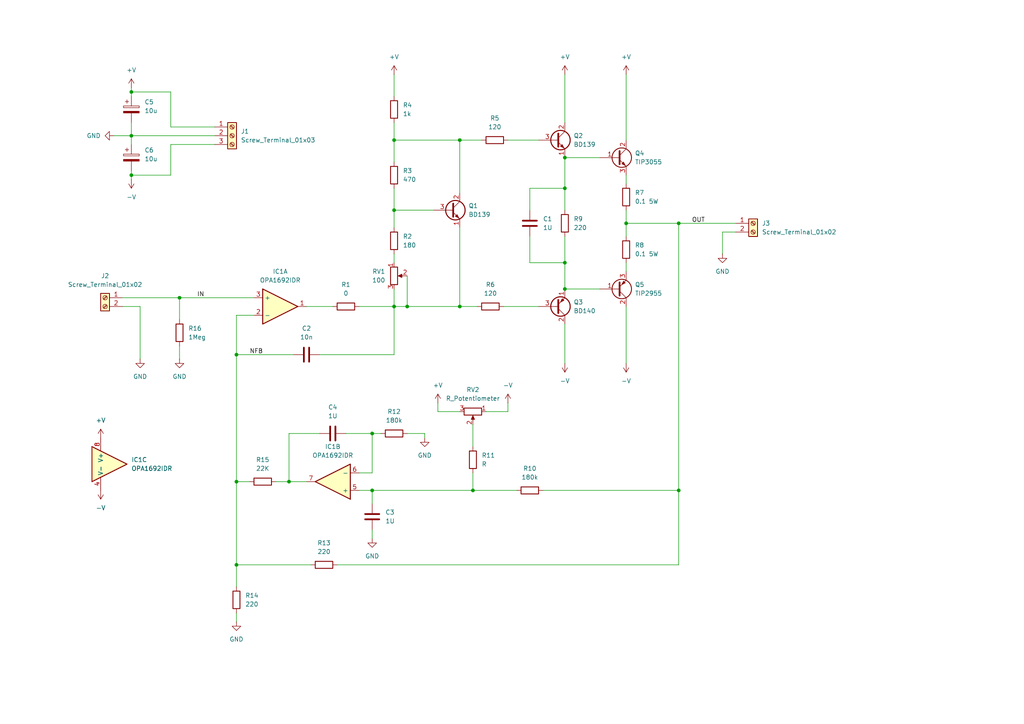
<source format=kicad_sch>
(kicad_sch (version 20231120) (generator "eeschema") (generator_version "8.0")
  (paper "A4")
  (lib_symbols
    (symbol "Connector:Screw_Terminal_01x02" (pin_names (offset 1.016) hide)
      (property "Reference" "J" (at 0 2.54 0))
      (property "Value" "Screw_Terminal_01x02" (at 0 -5.08 0))
      (symbol "Screw_Terminal_01x02_1_1"
        (rectangle (start -1.27 1.27) (end 1.27 -3.81) (stroke (width 0.254)) (fill (type background)))
        (circle (center 0 -2.54) (radius 0.635) (stroke (width 0.1524)))
        (polyline (pts (xy -0.5334 -2.2098) (xy 0.3302 -3.048)) (stroke (width 0.1524)))
        (polyline (pts (xy -0.5334 0.3302) (xy 0.3302 -0.508)) (stroke (width 0.1524)))
        (polyline (pts (xy -0.3556 -2.032) (xy 0.508 -2.8702)) (stroke (width 0.1524)))
        (polyline (pts (xy -0.3556 0.508) (xy 0.508 -0.3302)) (stroke (width 0.1524)))
        (circle (center 0 0) (radius 0.635) (stroke (width 0.1524)))
        (pin passive line (at -5.08 0 0) (length 3.81) (name "Pin_1") (number "1"))
        (pin passive line (at -5.08 -2.54 0) (length 3.81) (name "Pin_2") (number "2"))
      )
    )
    (symbol "Connector:Screw_Terminal_01x03" (pin_names (offset 1.016) hide)
      (property "Reference" "J" (at 0 5.08 0))
      (property "Value" "Screw_Terminal_01x03" (at 0 -5.08 0))
      (symbol "Screw_Terminal_01x03_1_1"
        (rectangle (start -1.27 3.81) (end 1.27 -3.81) (stroke (width 0.254)) (fill (type background)))
        (circle (center 0 -2.54) (radius 0.635) (stroke (width 0.1524)))
        (polyline (pts (xy -0.5334 -2.2098) (xy 0.3302 -3.048)) (stroke (width 0.1524)))
        (polyline (pts (xy -0.5334 0.3302) (xy 0.3302 -0.508)) (stroke (width 0.1524)))
        (polyline (pts (xy -0.5334 2.8702) (xy 0.3302 2.032)) (stroke (width 0.1524)))
        (polyline (pts (xy -0.3556 -2.032) (xy 0.508 -2.8702)) (stroke (width 0.1524)))
        (polyline (pts (xy -0.3556 0.508) (xy 0.508 -0.3302)) (stroke (width 0.1524)))
        (polyline (pts (xy -0.3556 3.048) (xy 0.508 2.2098)) (stroke (width 0.1524)))
        (circle (center 0 0) (radius 0.635) (stroke (width 0.1524)))
        (circle (center 0 2.54) (radius 0.635) (stroke (width 0.1524)))
        (pin passive line (at -5.08 2.54 0) (length 3.81) (name "Pin_1") (number "1"))
        (pin passive line (at -5.08 0 0) (length 3.81) (name "Pin_2") (number "2"))
        (pin passive line (at -5.08 -2.54 0) (length 3.81) (name "Pin_3") (number "3"))
      )
    )
    (symbol "Device:C" (pin_numbers hide) (pin_names (offset 0.254))
      (property "Reference" "C" (at 0.635 2.54 0))
      (property "Value" "C" (at 0.635 -2.54 0))
      (symbol "C_0_1"
        (polyline (pts (xy -2.032 -0.762) (xy 2.032 -0.762)) (stroke (width 0.508)))
        (polyline (pts (xy -2.032 0.762) (xy 2.032 0.762)) (stroke (width 0.508)))
      )
      (symbol "C_1_1"
        (pin passive line (at 0 3.81 270) (length 2.794) (name "~") (number "1"))
        (pin passive line (at 0 -3.81 90) (length 2.794) (name "~") (number "2"))
      )
    )
    (symbol "Device:C_Polarized" (pin_numbers hide) (pin_names (offset 0.254))
      (property "Reference" "C" (at 0.635 2.54 0))
      (property "Value" "C_Polarized" (at 0.635 -2.54 0))
      (symbol "C_Polarized_0_1"
        (rectangle (start -2.286 0.508) (end 2.286 1.016))
        (polyline (pts (xy -1.778 2.286) (xy -0.762 2.286)))
        (polyline (pts (xy -1.27 2.794) (xy -1.27 1.778)))
        (rectangle (start 2.286 -0.508) (end -2.286 -1.016) (fill (type outline)))
      )
      (symbol "C_Polarized_1_1"
        (pin passive line (at 0 3.81 270) (length 2.794) (name "~") (number "1"))
        (pin passive line (at 0 -3.81 90) (length 2.794) (name "~") (number "2"))
      )
    )
    (symbol "Device:R" (pin_numbers hide) (pin_names (offset 0))
      (property "Reference" "R" (at 2.032 0 90))
      (property "Value" "R" (at 0 0 90))
      (symbol "R_0_1"
        (rectangle (start -1.016 -2.54) (end 1.016 2.54) (stroke (width 0.254)))
      )
      (symbol "R_1_1"
        (pin passive line (at 0 3.81 270) (length 1.27) (name "~") (number "1"))
        (pin passive line (at 0 -3.81 90) (length 1.27) (name "~") (number "2"))
      )
    )
    (symbol "Device:R_Potentiometer" (pin_names (offset 1.016) hide)
      (property "Reference" "RV" (at -4.445 0 90))
      (property "Value" "R_Potentiometer" (at -2.54 0 90))
      (symbol "R_Potentiometer_0_1"
        (polyline (pts (xy 2.54 0) (xy 1.524 0)))
        (polyline (pts (xy 1.143 0) (xy 2.286 0.508) (xy 2.286 -0.508) (xy 1.143 0)) (fill (type outline)))
        (rectangle (start 1.016 2.54) (end -1.016 -2.54) (stroke (width 0.254)))
      )
      (symbol "R_Potentiometer_1_1"
        (pin passive line (at 0 3.81 270) (length 1.27) (name "1") (number "1"))
        (pin passive line (at 3.81 0 180) (length 1.27) (name "2") (number "2"))
        (pin passive line (at 0 -3.81 90) (length 1.27) (name "3") (number "3"))
      )
    )
    (symbol "SamacSys_Parts:OPA1692IDR"
      (property "Reference" "IC" (at 24.13 7.62 0))
      (property "Value" "OPA1692IDR" (at 24.13 5.08 0))
      (symbol "OPA1692IDR_1_1"
        (polyline (pts (xy -2.54 5.08) (xy 7.62 0) (xy -2.54 -5.08) (xy -2.54 5.08)) (stroke (width 0.254)) (fill (type background)))
        (polyline (pts (xy -2.54 5.08) (xy 7.62 0) (xy -2.54 -5.08) (xy -2.54 5.08)) (stroke (width 0.254)) (fill (type background)))
        (pin output line (at 10.16 0 180) (length 2.54) (name "~") (number "1"))
        (pin input line (at -5.08 -2.54 0) (length 2.54) (name "-") (number "2"))
        (pin input line (at -5.08 2.54 0) (length 2.54) (name "+") (number "3"))
      )
      (symbol "OPA1692IDR_2_1"
        (polyline (pts (xy -2.54 5.08) (xy 7.62 0) (xy -2.54 -5.08) (xy -2.54 5.08)) (stroke (width 0.254)) (fill (type background)))
        (polyline (pts (xy -2.54 5.08) (xy 7.62 0) (xy -2.54 -5.08) (xy -2.54 5.08)) (stroke (width 0.254)) (fill (type background)))
        (pin input line (at -5.08 2.54 0) (length 2.54) (name "+") (number "5"))
        (pin input line (at -5.08 -2.54 0) (length 2.54) (name "-") (number "6"))
        (pin output line (at 10.16 0 180) (length 2.54) (name "~") (number "7"))
      )
      (symbol "OPA1692IDR_3_1"
        (polyline (pts (xy -2.54 5.08) (xy 7.62 0) (xy -2.54 -5.08) (xy -2.54 5.08)) (stroke (width 0.254)) (fill (type background)))
        (polyline (pts (xy -2.54 5.08) (xy 7.62 0) (xy -2.54 -5.08) (xy -2.54 5.08)) (stroke (width 0.254)) (fill (type background)))
        (pin power_in line (at 0 -7.62 90) (length 3.81) (name "V-") (number "4"))
        (pin power_in line (at 0 7.62 270) (length 3.81) (name "V+") (number "8"))
      )
    )
    (symbol "Transistor_BJT:BD139" (pin_names (offset 0) hide)
      (property "Reference" "Q" (at 5.08 1.905 0))
      (property "Value" "BD139" (at 5.08 0 0))
      (symbol "BD139_0_1"
        (polyline (pts (xy 0 0) (xy 0.635 0)))
        (polyline (pts (xy 2.54 -2.54) (xy 0.635 -0.635)))
        (polyline (pts (xy 2.54 2.54) (xy 0.635 0.635)))
        (polyline (pts (xy 0.635 1.905) (xy 0.635 -1.905) (xy 0.635 -1.905)) (stroke (width 0.508)) (fill (type outline)))
        (polyline (pts (xy 1.2446 -1.778) (xy 1.7526 -1.27) (xy 2.286 -2.286) (xy 1.2446 -1.778) (xy 1.2446 -1.778)) (fill (type outline)))
        (circle (center 1.27 0) (radius 2.8194) (stroke (width 0.3048)))
      )
      (symbol "BD139_1_1"
        (pin passive line (at 2.54 -5.08 90) (length 2.54) (name "E") (number "1"))
        (pin passive line (at 2.54 5.08 270) (length 2.54) (name "C") (number "2"))
        (pin input line (at -5.08 0 0) (length 5.08) (name "B") (number "3"))
      )
    )
    (symbol "Transistor_BJT:BD140" (pin_names (offset 0) hide)
      (property "Reference" "Q" (at 5.08 1.905 0))
      (property "Value" "BD140" (at 5.08 0 0))
      (symbol "BD140_0_1"
        (polyline (pts (xy 0 0) (xy 0.635 0)))
        (polyline (pts (xy 2.54 -2.54) (xy 0.635 -0.635)))
        (polyline (pts (xy 2.54 2.54) (xy 0.635 0.635)))
        (polyline (pts (xy 0.635 1.905) (xy 0.635 -1.905) (xy 0.635 -1.905)) (stroke (width 0.508)) (fill (type outline)))
        (polyline (pts (xy 1.778 -2.286) (xy 2.286 -1.778) (xy 1.27 -1.27) (xy 1.778 -2.286) (xy 1.778 -2.286)) (fill (type outline)))
        (circle (center 1.27 0) (radius 2.8194) (stroke (width 0.3048)))
      )
      (symbol "BD140_1_1"
        (pin passive line (at 2.54 -5.08 90) (length 2.54) (name "E") (number "1"))
        (pin passive line (at 2.54 5.08 270) (length 2.54) (name "C") (number "2"))
        (pin input line (at -5.08 0 0) (length 5.08) (name "B") (number "3"))
      )
    )
    (symbol "Transistor_BJT:TIP2955" (pin_names (offset 0) hide)
      (property "Reference" "Q" (at 5.08 1.905 0))
      (property "Value" "TIP2955" (at 5.08 0 0))
      (symbol "TIP2955_0_1"
        (polyline (pts (xy 0.635 0.635) (xy 2.54 2.54)))
        (polyline (pts (xy 0.635 -0.635) (xy 2.54 -2.54) (xy 2.54 -2.54)))
        (polyline (pts (xy 0.635 1.905) (xy 0.635 -1.905) (xy 0.635 -1.905)) (stroke (width 0.508)))
        (polyline (pts (xy 2.286 -1.778) (xy 1.778 -2.286) (xy 1.27 -1.27) (xy 2.286 -1.778) (xy 2.286 -1.778)) (fill (type outline)))
        (circle (center 1.27 0) (radius 2.8194) (stroke (width 0.254)))
      )
      (symbol "TIP2955_1_1"
        (pin input line (at -5.08 0 0) (length 5.715) (name "B") (number "1"))
        (pin passive line (at 2.54 5.08 270) (length 2.54) (name "C") (number "2"))
        (pin passive line (at 2.54 -5.08 90) (length 2.54) (name "E") (number "3"))
      )
    )
    (symbol "Transistor_BJT:TIP3055" (pin_names (offset 0) hide)
      (property "Reference" "Q" (at 5.08 1.905 0))
      (property "Value" "TIP3055" (at 5.08 0 0))
      (symbol "TIP3055_0_1"
        (polyline (pts (xy 0.635 0.635) (xy 2.54 2.54)))
        (polyline (pts (xy 0.635 -0.635) (xy 2.54 -2.54) (xy 2.54 -2.54)))
        (polyline (pts (xy 0.635 1.905) (xy 0.635 -1.905) (xy 0.635 -1.905)) (stroke (width 0.508)))
        (polyline (pts (xy 1.27 -1.778) (xy 1.778 -1.27) (xy 2.286 -2.286) (xy 1.27 -1.778) (xy 1.27 -1.778)) (fill (type outline)))
        (circle (center 1.27 0) (radius 2.8194) (stroke (width 0.254)))
      )
      (symbol "TIP3055_1_1"
        (pin input line (at -5.08 0 0) (length 5.715) (name "B") (number "1"))
        (pin passive line (at 2.54 5.08 270) (length 2.54) (name "C") (number "2"))
        (pin passive line (at 2.54 -5.08 90) (length 2.54) (name "E") (number "3"))
      )
    )
    (symbol "power:GND" (power) (pin_numbers hide) (pin_names (offset 0) hide)
      (property "Value" "GND" (at 0 -3.81 0))
      (symbol "GND_0_1"
        (polyline (pts (xy 0 0) (xy 0 -1.27) (xy 1.27 -1.27) (xy 0 -2.54) (xy -1.27 -1.27) (xy 0 -1.27)))
      )
      (symbol "GND_1_1"
        (pin power_in line (at 0 0 270) (length 0) (name "~") (number "1"))
      )
    )
    (symbol "power:VCC" (power) (pin_numbers hide) (pin_names (offset 0) hide)
      (property "Value" "VCC" (at 0 3.556 0))
      (symbol "VCC_0_1"
        (polyline (pts (xy -0.762 1.27) (xy 0 2.54)))
        (polyline (pts (xy 0 0) (xy 0 2.54)))
        (polyline (pts (xy 0 2.54) (xy 0.762 1.27)))
      )
      (symbol "VCC_1_1"
        (pin power_in line (at 0 0 90) (length 0) (name "~") (number "1"))
      )
    )
  )
  (junction (at 68.58 163.83))
  (junction (at 163.83 54.61))
  (junction (at 114.3 60.96))
  (junction (at 133.35 40.64))
  (junction (at 107.95 125.73))
  (junction (at 163.83 83.82))
  (junction (at 83.82 139.7))
  (junction (at 68.58 139.7))
  (junction (at 52.07 86.36))
  (junction (at 133.35 88.9))
  (junction (at 196.85 142.24))
  (junction (at 181.61 64.77))
  (junction (at 68.58 102.87))
  (junction (at 38.1 50.8))
  (junction (at 38.1 26.67))
  (junction (at 118.11 88.9))
  (junction (at 107.95 142.24))
  (junction (at 196.85 64.77))
  (junction (at 163.83 45.72))
  (junction (at 38.1 39.37))
  (junction (at 114.3 88.9))
  (junction (at 114.3 40.64))
  (junction (at 137.16 142.24))
  (junction (at 163.83 76.2))
  (wire (pts (xy 163.83 76.2) (xy 163.83 83.82)))
  (wire (pts (xy 209.55 67.31) (xy 213.36 67.31)))
  (wire (pts (xy 118.11 80.01) (xy 118.11 88.9)))
  (wire (pts (xy 118.11 88.9) (xy 114.3 88.9)))
  (wire (pts (xy 49.53 41.91) (xy 49.53 50.8)))
  (wire (pts (xy 73.66 86.36) (xy 52.07 86.36)))
  (wire (pts (xy 83.82 125.73) (xy 83.82 139.7)))
  (wire (pts (xy 163.83 21.59) (xy 163.83 35.56)))
  (wire (pts (xy 163.83 83.82) (xy 173.99 83.82)))
  (wire (pts (xy 133.35 40.64) (xy 139.7 40.64)))
  (wire (pts (xy 38.1 35.56) (xy 38.1 39.37)))
  (wire (pts (xy 163.83 68.58) (xy 163.83 76.2)))
  (wire (pts (xy 107.95 142.24) (xy 137.16 142.24)))
  (wire (pts (xy 38.1 52.07) (xy 38.1 50.8)))
  (wire (pts (xy 114.3 54.61) (xy 114.3 60.96)))
  (wire (pts (xy 68.58 139.7) (xy 72.39 139.7)))
  (wire (pts (xy 88.9 88.9) (xy 96.52 88.9)))
  (wire (pts (xy 114.3 66.04) (xy 114.3 60.96)))
  (wire (pts (xy 147.32 119.38) (xy 147.32 116.84)))
  (wire (pts (xy 181.61 76.2) (xy 181.61 78.74)))
  (wire (pts (xy 181.61 60.96) (xy 181.61 64.77)))
  (wire (pts (xy 163.83 45.72) (xy 173.99 45.72)))
  (wire (pts (xy 181.61 88.9) (xy 181.61 105.41)))
  (wire (pts (xy 163.83 93.98) (xy 163.83 105.41)))
  (wire (pts (xy 38.1 39.37) (xy 62.23 39.37)))
  (wire (pts (xy 133.35 88.9) (xy 138.43 88.9)))
  (wire (pts (xy 114.3 60.96) (xy 125.73 60.96)))
  (wire (pts (xy 68.58 102.87) (xy 68.58 139.7)))
  (wire (pts (xy 153.67 60.96) (xy 153.67 54.61)))
  (wire (pts (xy 140.97 119.38) (xy 147.32 119.38)))
  (wire (pts (xy 137.16 123.19) (xy 137.16 129.54)))
  (wire (pts (xy 114.3 88.9) (xy 114.3 83.82)))
  (wire (pts (xy 196.85 163.83) (xy 196.85 142.24)))
  (wire (pts (xy 80.01 139.7) (xy 83.82 139.7)))
  (wire (pts (xy 62.23 41.91) (xy 49.53 41.91)))
  (wire (pts (xy 68.58 163.83) (xy 68.58 170.18)))
  (wire (pts (xy 137.16 142.24) (xy 149.86 142.24)))
  (wire (pts (xy 49.53 36.83) (xy 62.23 36.83)))
  (wire (pts (xy 181.61 64.77) (xy 181.61 68.58)))
  (wire (pts (xy 100.33 125.73) (xy 107.95 125.73)))
  (wire (pts (xy 196.85 64.77) (xy 213.36 64.77)))
  (wire (pts (xy 68.58 91.44) (xy 68.58 102.87)))
  (wire (pts (xy 114.3 40.64) (xy 114.3 46.99)))
  (wire (pts (xy 118.11 125.73) (xy 123.19 125.73)))
  (wire (pts (xy 181.61 50.8) (xy 181.61 53.34)))
  (wire (pts (xy 114.3 102.87) (xy 114.3 88.9)))
  (wire (pts (xy 114.3 35.56) (xy 114.3 40.64)))
  (wire (pts (xy 153.67 76.2) (xy 163.83 76.2)))
  (wire (pts (xy 196.85 142.24) (xy 196.85 64.77)))
  (wire (pts (xy 114.3 73.66) (xy 114.3 76.2)))
  (wire (pts (xy 40.64 88.9) (xy 40.64 104.14)))
  (wire (pts (xy 92.71 125.73) (xy 83.82 125.73)))
  (wire (pts (xy 107.95 153.67) (xy 107.95 156.21)))
  (wire (pts (xy 38.1 41.91) (xy 38.1 39.37)))
  (wire (pts (xy 153.67 68.58) (xy 153.67 76.2)))
  (wire (pts (xy 196.85 64.77) (xy 181.61 64.77)))
  (wire (pts (xy 127 116.84) (xy 127 119.38)))
  (wire (pts (xy 52.07 100.33) (xy 52.07 104.14)))
  (wire (pts (xy 90.17 163.83) (xy 68.58 163.83)))
  (wire (pts (xy 107.95 142.24) (xy 107.95 146.05)))
  (wire (pts (xy 35.56 88.9) (xy 40.64 88.9)))
  (wire (pts (xy 33.02 39.37) (xy 38.1 39.37)))
  (wire (pts (xy 73.66 91.44) (xy 68.58 91.44)))
  (wire (pts (xy 107.95 125.73) (xy 107.95 137.16)))
  (wire (pts (xy 133.35 66.04) (xy 133.35 88.9)))
  (wire (pts (xy 104.14 142.24) (xy 107.95 142.24)))
  (wire (pts (xy 49.53 26.67) (xy 49.53 36.83)))
  (wire (pts (xy 68.58 177.8) (xy 68.58 180.34)))
  (wire (pts (xy 147.32 40.64) (xy 156.21 40.64)))
  (wire (pts (xy 38.1 26.67) (xy 49.53 26.67)))
  (wire (pts (xy 157.48 142.24) (xy 196.85 142.24)))
  (wire (pts (xy 133.35 40.64) (xy 133.35 55.88)))
  (wire (pts (xy 68.58 139.7) (xy 68.58 163.83)))
  (wire (pts (xy 163.83 54.61) (xy 163.83 60.96)))
  (wire (pts (xy 114.3 40.64) (xy 133.35 40.64)))
  (wire (pts (xy 209.55 73.66) (xy 209.55 67.31)))
  (wire (pts (xy 146.05 88.9) (xy 156.21 88.9)))
  (wire (pts (xy 181.61 21.59) (xy 181.61 40.64)))
  (wire (pts (xy 97.79 163.83) (xy 196.85 163.83)))
  (wire (pts (xy 83.82 139.7) (xy 88.9 139.7)))
  (wire (pts (xy 123.19 125.73) (xy 123.19 127)))
  (wire (pts (xy 153.67 54.61) (xy 163.83 54.61)))
  (wire (pts (xy 104.14 88.9) (xy 114.3 88.9)))
  (wire (pts (xy 137.16 137.16) (xy 137.16 142.24)))
  (wire (pts (xy 114.3 21.59) (xy 114.3 27.94)))
  (wire (pts (xy 68.58 102.87) (xy 85.09 102.87)))
  (wire (pts (xy 107.95 137.16) (xy 104.14 137.16)))
  (wire (pts (xy 49.53 50.8) (xy 38.1 50.8)))
  (wire (pts (xy 52.07 86.36) (xy 52.07 92.71)))
  (wire (pts (xy 110.49 125.73) (xy 107.95 125.73)))
  (wire (pts (xy 35.56 86.36) (xy 52.07 86.36)))
  (wire (pts (xy 133.35 88.9) (xy 118.11 88.9)))
  (wire (pts (xy 127 119.38) (xy 133.35 119.38)))
  (wire (pts (xy 38.1 26.67) (xy 38.1 27.94)))
  (wire (pts (xy 163.83 45.72) (xy 163.83 54.61)))
  (wire (pts (xy 38.1 50.8) (xy 38.1 49.53)))
  (wire (pts (xy 38.1 25.4) (xy 38.1 26.67)))
  (wire (pts (xy 92.71 102.87) (xy 114.3 102.87)))
  (label "OUT" (at 200.66 64.77 0))
  (label "IN" (at 57.15 86.36 0))
  (label "NFB" (at 72.39 102.87 0))
  (symbol (lib_id "SamacSys_Parts:OPA1692IDR") (at 78.74 88.9 0) (unit 1)
    (property "Reference" "IC1" (at 81.28 78.74 0))
    (property "Value" "OPA1692IDR" (at 81.28 81.28 0))
    (property "Footprint" "SamacSys_Parts:SOIC127P600X175-8N" (effects (hide yes)))
    (property "Datasheet" "http://www.ti.com/lit/gpn/opa1692" (effects (hide yes)))
    (property "Description" "SoundPlus Low-Power, Low-Noise, High-Performance Dual Bipolar-Input Audio Op Amp " (effects (hide yes)))
    (property "Height" "1.75" (effects (hide yes)))
    (property "Manufacturer_Name" "Texas Instruments" (effects (hide yes)))
    (property "Manufacturer_Part_Number" "OPA1692IDR" (effects (hide yes)))
    (property "Mouser Part Number" "595-OPA1692IDR" (effects (hide yes)))
    (property "Mouser Price/Stock" "https://www.mouser.co.uk/ProductDetail/Texas-Instruments/OPA1692IDR/?qs=byeeYqUIh0MXwWoRpZJtCA%3D%3D" (effects (hide yes)))
    (property "Arrow Part Number" "OPA1692IDR" (effects (hide yes)))
    (property "Arrow Price/Stock" "https://www.arrow.com/en/products/opa1692idr/texas-instruments" (effects (hide yes)))
  )
  (symbol (lib_id "power:VCC") (at 38.1 52.07 180) (unit 1)
    (property "Reference" "#PWR015" (effects (hide yes)))
    (property "Value" "-V" (at 38.1 57.15 0))
    (property "Description" "Power symbol creates a global label with name \"VCC\"" (effects (hide yes)))
  )
  (symbol (lib_id "power:GND") (at 123.19 127 0) (unit 1)
    (property "Reference" "#PWR012" (effects (hide yes)))
    (property "Value" "GND" (at 123.19 132.08 0))
    (property "Description" "Power symbol creates a global label with name \"GND\" , ground" (effects (hide yes)))
  )
  (symbol (lib_id "Device:R") (at 76.2 139.7 270) (unit 1)
    (property "Reference" "R15" (at 76.2 133.35 90))
    (property "Value" "22K" (at 76.2 135.89 90))
    (property "Footprint" "Resistor_THT:R_Axial_DIN0207_L6.3mm_D2.5mm_P10.16mm_Horizontal" (effects (hide yes)))
    (property "Description" "Resistor" (effects (hide yes)))
  )
  (symbol (lib_id "Device:R") (at 181.61 57.15 180) (unit 1)
    (property "Reference" "R7" (at 184.15 55.8799 0) (effects (justify right)))
    (property "Value" "0.1 5W" (at 184.15 58.4199 0) (effects (justify right)))
    (property "Footprint" "Resistor_THT:R_Axial_DIN0516_L15.5mm_D5.0mm_P5.08mm_Vertical" (effects (hide yes)))
    (property "Description" "Resistor" (effects (hide yes)))
  )
  (symbol (lib_id "power:GND") (at 52.07 104.14 0) (unit 1)
    (property "Reference" "#PWR013" (effects (hide yes)))
    (property "Value" "GND" (at 52.07 109.22 0))
    (property "Description" "Power symbol creates a global label with name \"GND\" , ground" (effects (hide yes)))
  )
  (symbol (lib_id "Device:R") (at 137.16 133.35 180) (unit 1)
    (property "Reference" "R11" (at 139.7 132.0799 0) (effects (justify right)))
    (property "Value" "R" (at 139.7 134.6199 0) (effects (justify right)))
    (property "Footprint" "Resistor_THT:R_Axial_DIN0207_L6.3mm_D2.5mm_P10.16mm_Horizontal" (effects (hide yes)))
    (property "Description" "Resistor" (effects (hide yes)))
  )
  (symbol (lib_id "power:VCC") (at 38.1 25.4 0) (unit 1)
    (property "Reference" "#PWR014" (effects (hide yes)))
    (property "Value" "+V" (at 38.1 20.32 0))
    (property "Description" "Power symbol creates a global label with name \"VCC\"" (effects (hide yes)))
  )
  (symbol (lib_id "Device:C_Polarized") (at 38.1 45.72 0) (unit 1)
    (property "Reference" "C6" (at 41.91 43.5609 0) (effects (justify left)))
    (property "Value" "10u" (at 41.91 46.1009 0) (effects (justify left)))
    (property "Footprint" "Capacitor_THT:CP_Radial_D4.0mm_P2.00mm" (effects (hide yes)))
    (property "Description" "Polarized capacitor" (effects (hide yes)))
  )
  (symbol (lib_id "Device:C") (at 96.52 125.73 90) (unit 1)
    (property "Reference" "C4" (at 96.52 118.11 90))
    (property "Value" "1U" (at 96.52 120.65 90))
    (property "Footprint" "Capacitor_THT:C_Rect_L7.0mm_W6.0mm_P5.00mm" (effects (hide yes)))
    (property "Description" "Unpolarized capacitor" (effects (hide yes)))
  )
  (symbol (lib_id "power:VCC") (at 181.61 21.59 0) (unit 1)
    (property "Reference" "#PWR03" (effects (hide yes)))
    (property "Value" "+V" (at 181.61 16.51 0))
    (property "Description" "Power symbol creates a global label with name \"VCC\"" (effects (hide yes)))
  )
  (symbol (lib_id "power:VCC") (at 29.21 127 0) (unit 1)
    (property "Reference" "#PWR08" (effects (hide yes)))
    (property "Value" "+V" (at 29.21 121.92 0))
    (property "Description" "Power symbol creates a global label with name \"VCC\"" (effects (hide yes)))
  )
  (symbol (lib_id "SamacSys_Parts:OPA1692IDR") (at 29.21 134.62 0) (unit 3)
    (property "Reference" "IC1" (at 38.1 133.3499 0) (effects (justify left)))
    (property "Value" "OPA1692IDR" (at 38.1 135.8899 0) (effects (justify left)))
    (property "Footprint" "SamacSys_Parts:SOIC127P600X175-8N" (effects (hide yes)))
    (property "Datasheet" "http://www.ti.com/lit/gpn/opa1692" (effects (hide yes)))
    (property "Description" "SoundPlus Low-Power, Low-Noise, High-Performance Dual Bipolar-Input Audio Op Amp " (effects (hide yes)))
    (property "Height" "1.75" (effects (hide yes)))
    (property "Manufacturer_Name" "Texas Instruments" (effects (hide yes)))
    (property "Manufacturer_Part_Number" "OPA1692IDR" (effects (hide yes)))
    (property "Mouser Part Number" "595-OPA1692IDR" (effects (hide yes)))
    (property "Mouser Price/Stock" "https://www.mouser.co.uk/ProductDetail/Texas-Instruments/OPA1692IDR/?qs=byeeYqUIh0MXwWoRpZJtCA%3D%3D" (effects (hide yes)))
    (property "Arrow Part Number" "OPA1692IDR" (effects (hide yes)))
    (property "Arrow Price/Stock" "https://www.arrow.com/en/products/opa1692idr/texas-instruments" (effects (hide yes)))
  )
  (symbol (lib_id "Connector:Screw_Terminal_01x03") (at 67.31 39.37 0) (unit 1)
    (property "Reference" "J1" (at 69.85 38.0999 0) (effects (justify left)))
    (property "Value" "Screw_Terminal_01x03" (at 69.85 40.6399 0) (effects (justify left)))
    (property "Footprint" "TerminalBlock:TerminalBlock_bornier-3_P5.08mm" (effects (hide yes)))
    (property "Description" "Generic screw terminal, single row, 01x03, script generated (kicad-library-utils/schlib/autogen/connector/)" (effects (hide yes)))
  )
  (symbol (lib_id "Device:R") (at 68.58 173.99 180) (unit 1)
    (property "Reference" "R14" (at 71.12 172.7199 0) (effects (justify right)))
    (property "Value" "220" (at 71.12 175.2599 0) (effects (justify right)))
    (property "Footprint" "Resistor_THT:R_Axial_DIN0207_L6.3mm_D2.5mm_P10.16mm_Horizontal" (effects (hide yes)))
    (property "Description" "Resistor" (effects (hide yes)))
  )
  (symbol (lib_id "Device:C") (at 153.67 64.77 0) (unit 1)
    (property "Reference" "C1" (at 157.48 63.4999 0) (effects (justify left)))
    (property "Value" "1U" (at 157.48 66.0399 0) (effects (justify left)))
    (property "Footprint" "Capacitor_THT:C_Rect_L7.0mm_W6.0mm_P5.00mm" (effects (hide yes)))
    (property "Description" "Unpolarized capacitor" (effects (hide yes)))
  )
  (symbol (lib_id "power:GND") (at 209.55 73.66 0) (unit 1)
    (property "Reference" "#PWR018" (effects (hide yes)))
    (property "Value" "GND" (at 209.55 78.74 0))
    (property "Description" "Power symbol creates a global label with name \"GND\" , ground" (effects (hide yes)))
  )
  (symbol (lib_id "Device:C") (at 107.95 149.86 0) (unit 1)
    (property "Reference" "C3" (at 111.76 148.5899 0) (effects (justify left)))
    (property "Value" "1U" (at 111.76 151.1299 0) (effects (justify left)))
    (property "Footprint" "Capacitor_THT:C_Rect_L7.0mm_W6.0mm_P5.00mm" (effects (hide yes)))
    (property "Description" "Unpolarized capacitor" (effects (hide yes)))
  )
  (symbol (lib_id "Device:R") (at 114.3 50.8 0) (unit 1)
    (property "Reference" "R3" (at 116.84 49.5299 0) (effects (justify left)))
    (property "Value" "470" (at 116.84 52.0699 0) (effects (justify left)))
    (property "Footprint" "Resistor_THT:R_Axial_DIN0207_L6.3mm_D2.5mm_P10.16mm_Horizontal" (effects (hide yes)))
    (property "Description" "Resistor" (effects (hide yes)))
  )
  (symbol (lib_id "Device:R") (at 153.67 142.24 90) (unit 1)
    (property "Reference" "R10" (at 153.67 135.89 90))
    (property "Value" "180k" (at 153.67 138.43 90))
    (property "Footprint" "Resistor_THT:R_Axial_DIN0207_L6.3mm_D2.5mm_P10.16mm_Horizontal" (effects (hide yes)))
    (property "Description" "Resistor" (effects (hide yes)))
  )
  (symbol (lib_id "power:VCC") (at 127 116.84 0) (unit 1)
    (property "Reference" "#PWR04" (effects (hide yes)))
    (property "Value" "+V" (at 127 111.76 0))
    (property "Description" "Power symbol creates a global label with name \"VCC\"" (effects (hide yes)))
  )
  (symbol (lib_id "power:GND") (at 33.02 39.37 270) (unit 1)
    (property "Reference" "#PWR016" (effects (hide yes)))
    (property "Value" "GND" (at 29.21 39.3699 90) (effects (justify right)))
    (property "Description" "Power symbol creates a global label with name \"GND\" , ground" (effects (hide yes)))
  )
  (symbol (lib_id "Device:C") (at 88.9 102.87 90) (unit 1)
    (property "Reference" "C2" (at 88.9 95.25 90))
    (property "Value" "10n" (at 88.9 97.79 90))
    (property "Footprint" "Capacitor_THT:C_Rect_L7.0mm_W6.0mm_P5.00mm" (effects (hide yes)))
    (property "Description" "Unpolarized capacitor" (effects (hide yes)))
  )
  (symbol (lib_id "Connector:Screw_Terminal_01x02") (at 218.44 64.77 0) (unit 1)
    (property "Reference" "J3" (at 220.98 64.7699 0) (effects (justify left)))
    (property "Value" "Screw_Terminal_01x02" (at 220.98 67.3099 0) (effects (justify left)))
    (property "Footprint" "TerminalBlock:TerminalBlock_bornier-2_P5.08mm" (effects (hide yes)))
    (property "Description" "Generic screw terminal, single row, 01x02, script generated (kicad-library-utils/schlib/autogen/connector/)" (effects (hide yes)))
  )
  (symbol (lib_id "Transistor_BJT:BD139") (at 130.81 60.96 0) (unit 1)
    (property "Reference" "Q1" (at 135.89 59.6899 0) (effects (justify left)))
    (property "Value" "BD139" (at 135.89 62.2299 0) (effects (justify left)))
    (property "Footprint" "Package_TO_SOT_THT:TO-126-3_Vertical" (effects (hide yes)))
    (property "Datasheet" "http://www.st.com/internet/com/TECHNICAL_RESOURCES/TECHNICAL_LITERATURE/DATASHEET/CD00001225.pdf" (effects (hide yes)))
    (property "Description" "1.5A Ic, 80V Vce, Low Voltage Transistor, TO-126" (effects (hide yes)))
  )
  (symbol (lib_id "Device:R") (at 52.07 96.52 0) (unit 1)
    (property "Reference" "R16" (at 54.61 95.2499 0) (effects (justify left)))
    (property "Value" "1Meg" (at 54.61 97.7899 0) (effects (justify left)))
    (property "Footprint" "Resistor_THT:R_Axial_DIN0207_L6.3mm_D2.5mm_P10.16mm_Horizontal" (effects (hide yes)))
    (property "Description" "Resistor" (effects (hide yes)))
  )
  (symbol (lib_id "Device:R") (at 114.3 69.85 0) (unit 1)
    (property "Reference" "R2" (at 116.84 68.5799 0) (effects (justify left)))
    (property "Value" "180" (at 116.84 71.1199 0) (effects (justify left)))
    (property "Footprint" "Resistor_THT:R_Axial_DIN0207_L6.3mm_D2.5mm_P10.16mm_Horizontal" (effects (hide yes)))
    (property "Description" "Resistor" (effects (hide yes)))
  )
  (symbol (lib_id "SamacSys_Parts:OPA1692IDR") (at 99.06 139.7 180) (unit 2)
    (property "Reference" "IC1" (at 96.52 129.54 0))
    (property "Value" "OPA1692IDR" (at 96.52 132.08 0))
    (property "Footprint" "SamacSys_Parts:SOIC127P600X175-8N" (effects (hide yes)))
    (property "Datasheet" "http://www.ti.com/lit/gpn/opa1692" (effects (hide yes)))
    (property "Description" "SoundPlus Low-Power, Low-Noise, High-Performance Dual Bipolar-Input Audio Op Amp " (effects (hide yes)))
    (property "Height" "1.75" (effects (hide yes)))
    (property "Manufacturer_Name" "Texas Instruments" (effects (hide yes)))
    (property "Manufacturer_Part_Number" "OPA1692IDR" (effects (hide yes)))
    (property "Mouser Part Number" "595-OPA1692IDR" (effects (hide yes)))
    (property "Mouser Price/Stock" "https://www.mouser.co.uk/ProductDetail/Texas-Instruments/OPA1692IDR/?qs=byeeYqUIh0MXwWoRpZJtCA%3D%3D" (effects (hide yes)))
    (property "Arrow Part Number" "OPA1692IDR" (effects (hide yes)))
    (property "Arrow Price/Stock" "https://www.arrow.com/en/products/opa1692idr/texas-instruments" (effects (hide yes)))
  )
  (symbol (lib_id "Device:R") (at 163.83 64.77 0) (unit 1)
    (property "Reference" "R9" (at 166.37 63.4999 0) (effects (justify left)))
    (property "Value" "220" (at 166.37 66.0399 0) (effects (justify left)))
    (property "Footprint" "Resistor_THT:R_Axial_DIN0207_L6.3mm_D2.5mm_P10.16mm_Horizontal" (effects (hide yes)))
    (property "Description" "Resistor" (effects (hide yes)))
  )
  (symbol (lib_id "Transistor_BJT:TIP2955") (at 179.07 83.82 0) (mirror x) (unit 1)
    (property "Reference" "Q5" (at 184.15 82.5499 0) (effects (justify left)))
    (property "Value" "TIP2955" (at 184.15 85.0899 0) (effects (justify left)))
    (property "Footprint" "Package_TO_SOT_THT:TO-218-3_Vertical" (effects (hide yes)))
    (property "Datasheet" "http://www.onsemi.com/pub_link/Collateral/TIP3055-D.PDF" (effects (hide yes)))
    (property "Description" "-15A Ic, -60V Vce, Power PNP Transistor, TO-218" (effects (hide yes)))
  )
  (symbol (lib_id "power:VCC") (at 147.32 116.84 0) (unit 1)
    (property "Reference" "#PWR05" (effects (hide yes)))
    (property "Value" "-V" (at 147.32 111.76 0))
    (property "Description" "Power symbol creates a global label with name \"VCC\"" (effects (hide yes)))
  )
  (symbol (lib_id "Device:R") (at 181.61 72.39 0) (unit 1)
    (property "Reference" "R8" (at 184.15 71.1199 0) (effects (justify left)))
    (property "Value" "0.1 5W" (at 184.15 73.6599 0) (effects (justify left)))
    (property "Footprint" "Resistor_THT:R_Axial_DIN0516_L15.5mm_D5.0mm_P5.08mm_Vertical" (effects (hide yes)))
    (property "Description" "Resistor" (effects (hide yes)))
  )
  (symbol (lib_id "Device:R") (at 114.3 125.73 90) (unit 1)
    (property "Reference" "R12" (at 114.3 119.38 90))
    (property "Value" "180k" (at 114.3 121.92 90))
    (property "Footprint" "Resistor_THT:R_Axial_DIN0207_L6.3mm_D2.5mm_P10.16mm_Horizontal" (effects (hide yes)))
    (property "Description" "Resistor" (effects (hide yes)))
  )
  (symbol (lib_id "Transistor_BJT:BD139") (at 161.29 40.64 0) (unit 1)
    (property "Reference" "Q2" (at 166.37 39.3699 0) (effects (justify left)))
    (property "Value" "BD139" (at 166.37 41.9099 0) (effects (justify left)))
    (property "Footprint" "Package_TO_SOT_THT:TO-126-3_Vertical" (effects (hide yes)))
    (property "Datasheet" "http://www.st.com/internet/com/TECHNICAL_RESOURCES/TECHNICAL_LITERATURE/DATASHEET/CD00001225.pdf" (effects (hide yes)))
    (property "Description" "1.5A Ic, 80V Vce, Low Voltage Transistor, TO-126" (effects (hide yes)))
  )
  (symbol (lib_id "Device:R") (at 114.3 31.75 180) (unit 1)
    (property "Reference" "R4" (at 116.84 30.4799 0) (effects (justify right)))
    (property "Value" "1k" (at 116.84 33.0199 0) (effects (justify right)))
    (property "Footprint" "Resistor_THT:R_Axial_DIN0207_L6.3mm_D2.5mm_P10.16mm_Horizontal" (effects (hide yes)))
    (property "Description" "Resistor" (effects (hide yes)))
  )
  (symbol (lib_id "power:VCC") (at 181.61 105.41 180) (unit 1)
    (property "Reference" "#PWR07" (effects (hide yes)))
    (property "Value" "-V" (at 181.61 110.49 0))
    (property "Description" "Power symbol creates a global label with name \"VCC\"" (effects (hide yes)))
  )
  (symbol (lib_id "Device:R") (at 100.33 88.9 90) (unit 1)
    (property "Reference" "R1" (at 100.33 82.55 90))
    (property "Value" "0" (at 100.33 85.09 90))
    (property "Footprint" "Resistor_THT:R_Axial_DIN0207_L6.3mm_D2.5mm_P10.16mm_Horizontal" (effects (hide yes)))
    (property "Description" "Resistor" (effects (hide yes)))
  )
  (symbol (lib_id "power:VCC") (at 163.83 21.59 0) (unit 1)
    (property "Reference" "#PWR02" (effects (hide yes)))
    (property "Value" "+V" (at 163.83 16.51 0))
    (property "Description" "Power symbol creates a global label with name \"VCC\"" (effects (hide yes)))
  )
  (symbol (lib_id "power:GND") (at 40.64 104.14 0) (unit 1)
    (property "Reference" "#PWR017" (effects (hide yes)))
    (property "Value" "GND" (at 40.64 109.22 0))
    (property "Description" "Power symbol creates a global label with name \"GND\" , ground" (effects (hide yes)))
  )
  (symbol (lib_id "Device:R") (at 142.24 88.9 90) (unit 1)
    (property "Reference" "R6" (at 142.24 82.55 90))
    (property "Value" "120" (at 142.24 85.09 90))
    (property "Footprint" "Resistor_THT:R_Axial_DIN0207_L6.3mm_D2.5mm_P10.16mm_Horizontal" (effects (hide yes)))
    (property "Description" "Resistor" (effects (hide yes)))
  )
  (symbol (lib_id "Device:R_Potentiometer") (at 137.16 119.38 270) (unit 1)
    (property "Reference" "RV2" (at 137.16 113.03 90))
    (property "Value" "R_Potentiometer" (at 137.16 115.57 90))
    (property "Footprint" "Potentiometer_THT:Potentiometer_Bourns_3296W_Vertical" (effects (hide yes)))
    (property "Description" "Potentiometer" (effects (hide yes)))
  )
  (symbol (lib_id "power:VCC") (at 114.3 21.59 0) (unit 1)
    (property "Reference" "#PWR01" (effects (hide yes)))
    (property "Value" "+V" (at 114.3 16.51 0))
    (property "Description" "Power symbol creates a global label with name \"VCC\"" (effects (hide yes)))
  )
  (symbol (lib_id "Device:R") (at 93.98 163.83 90) (unit 1)
    (property "Reference" "R13" (at 93.98 157.48 90))
    (property "Value" "220" (at 93.98 160.02 90))
    (property "Footprint" "Resistor_THT:R_Axial_DIN0207_L6.3mm_D2.5mm_P10.16mm_Horizontal" (effects (hide yes)))
    (property "Description" "Resistor" (effects (hide yes)))
  )
  (symbol (lib_id "Transistor_BJT:TIP3055") (at 179.07 45.72 0) (unit 1)
    (property "Reference" "Q4" (at 184.15 44.4499 0) (effects (justify left)))
    (property "Value" "TIP3055" (at 184.15 46.9899 0) (effects (justify left)))
    (property "Footprint" "Package_TO_SOT_THT:TO-218-3_Vertical" (effects (hide yes)))
    (property "Datasheet" "http://www.onsemi.com/pub_link/Collateral/TIP3055-D.PDF" (effects (hide yes)))
    (property "Description" "15A Ic, 60V Vce, Power NPN Transistor, TO-218" (effects (hide yes)))
  )
  (symbol (lib_id "power:VCC") (at 29.21 142.24 180) (unit 1)
    (property "Reference" "#PWR09" (effects (hide yes)))
    (property "Value" "-V" (at 29.21 147.32 0))
    (property "Description" "Power symbol creates a global label with name \"VCC\"" (effects (hide yes)))
  )
  (symbol (lib_id "Device:R") (at 143.51 40.64 90) (unit 1)
    (property "Reference" "R5" (at 143.51 34.29 90))
    (property "Value" "120" (at 143.51 36.83 90))
    (property "Footprint" "Resistor_THT:R_Axial_DIN0207_L6.3mm_D2.5mm_P10.16mm_Horizontal" (effects (hide yes)))
    (property "Description" "Resistor" (effects (hide yes)))
  )
  (symbol (lib_id "Device:R_Potentiometer") (at 114.3 80.01 0) (unit 1)
    (property "Reference" "RV1" (at 111.76 78.7399 0) (effects (justify right)))
    (property "Value" "100" (at 111.76 81.2799 0) (effects (justify right)))
    (property "Footprint" "Potentiometer_THT:Potentiometer_Bourns_3296W_Vertical" (effects (hide yes)))
    (property "Description" "Potentiometer" (effects (hide yes)))
  )
  (symbol (lib_id "Device:C_Polarized") (at 38.1 31.75 0) (unit 1)
    (property "Reference" "C5" (at 41.91 29.5909 0) (effects (justify left)))
    (property "Value" "10u" (at 41.91 32.1309 0) (effects (justify left)))
    (property "Footprint" "Capacitor_THT:CP_Radial_D4.0mm_P2.00mm" (effects (hide yes)))
    (property "Description" "Polarized capacitor" (effects (hide yes)))
  )
  (symbol (lib_id "power:VCC") (at 163.83 105.41 180) (unit 1)
    (property "Reference" "#PWR06" (effects (hide yes)))
    (property "Value" "-V" (at 163.83 110.49 0))
    (property "Description" "Power symbol creates a global label with name \"VCC\"" (effects (hide yes)))
  )
  (symbol (lib_id "power:GND") (at 107.95 156.21 0) (unit 1)
    (property "Reference" "#PWR011" (effects (hide yes)))
    (property "Value" "GND" (at 107.95 161.29 0))
    (property "Description" "Power symbol creates a global label with name \"GND\" , ground" (effects (hide yes)))
  )
  (symbol (lib_id "Connector:Screw_Terminal_01x02") (at 30.48 86.36 0) (mirror y) (unit 1)
    (property "Reference" "J2" (at 30.48 80.01 0))
    (property "Value" "Screw_Terminal_01x02" (at 30.48 82.55 0))
    (property "Footprint" "TerminalBlock:TerminalBlock_bornier-2_P5.08mm" (effects (hide yes)))
    (property "Description" "Generic screw terminal, single row, 01x02, script generated (kicad-library-utils/schlib/autogen/connector/)" (effects (hide yes)))
  )
  (symbol (lib_id "power:GND") (at 68.58 180.34 0) (unit 1)
    (property "Reference" "#PWR010" (effects (hide yes)))
    (property "Value" "GND" (at 68.58 185.42 0))
    (property "Description" "Power symbol creates a global label with name \"GND\" , ground" (effects (hide yes)))
  )
  (symbol (lib_id "Transistor_BJT:BD140") (at 161.29 88.9 0) (mirror x) (unit 1)
    (property "Reference" "Q3" (at 166.37 87.6299 0) (effects (justify left)))
    (property "Value" "BD140" (at 166.37 90.1699 0) (effects (justify left)))
    (property "Footprint" "Package_TO_SOT_THT:TO-126-3_Vertical" (effects (hide yes)))
    (property "Datasheet" "http://www.st.com/internet/com/TECHNICAL_RESOURCES/TECHNICAL_LITERATURE/DATASHEET/CD00001225.pdf" (effects (hide yes)))
    (property "Description" "1.5A Ic, 80V Vce, Low Voltage Transistor, TO-126" (effects (hide yes)))
  )
)
</source>
